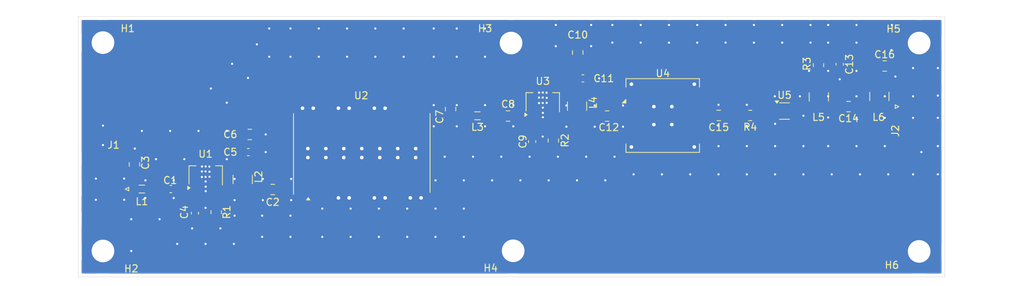
<source format=kicad_pcb>
(kicad_pcb (version 20241229) (generator "pcbnew") (generator_version "9.0")
  (layers (0 "F.Cu" signal) (2 "B.Cu" signal) (13 "F.Paste" user) (15 "B.Paste" user) (5 "F.SilkS" user "F.Silkscreen") (7 "B.SilkS" user "B.Silkscreen") (1 "F.Mask" user) (3 "B.Mask" user) (25 "Edge.Cuts" user))
  (net 0 "")
  (net 1 "Net-(C1-Pad1)")
  (net 2 "Net-(C1-Pad2)")
  (net 3 "Net-(U2-RFIN)")
  (net 4 "Net-(C2-Pad1)")
  (net 5 "GND")
  (net 6 "Net-(J1-In)")
  (net 7 "Net-(C4-Pad2)")
  (net 8 "+5V")
  (net 9 "Net-(U2-RFOUT)")
  (net 10 "Net-(C8-Pad2)")
  (net 11 "Net-(C8-Pad1)")
  (net 12 "Net-(C9-Pad2)")
  (net 13 "Net-(C12-Pad1)")
  (net 14 "Net-(U4-RF_IN)")
  (net 15 "Net-(U5-RF-OUT{slash}Vdd)")
  (net 16 "Net-(J2-In)")
  (net 17 "Net-(C15-Pad1)")
  (net 18 "Net-(U4-RF_OUT)")
  (net 19 "Net-(L5-Pad1)")
  (net 20 "Net-(U5-RF-IN)")
  (footprint "Resistor_SMD:R_0805_2012Metric" (layer "F.Cu") (at 156.66125 92.86 90)
    (property "Reference" "R2" (at 0 1.64 90) (layer "F.SilkS"))
    (property "Value" "R_Small")
    (pad "1" smd roundrect (at -0.9125 0 90) (size 1.025 1.4) (layers "F.Cu" "F.Mask" "F.Paste") (roundrect_rratio 0.243902) (net 12 "Net-(C9-Pad2)"))
    (pad "2" smd roundrect (at 0.9125 0 90) (size 1.025 1.4) (layers "F.Cu" "F.Mask" "F.Paste") (roundrect_rratio 0.243902) (net 13 "Net-(C12-Pad1)"))
  )
  (footprint "MountingHole:MountingHole_3.2mm_M3_DIN965_Pad" (layer "F.Cu") (at 205.10725 79.06)
    (property "Reference" "H5" (at -0.375 -2 0) (layer "F.SilkS"))
    (property "Value" "MountingHole_Pad")
    (pad "1" thru_hole circle (at 3.25 0) (size 5.6 5.6) (drill 3.2) (layers "*.Cu" "*.Mask") (net 5 "GND"))
  )
  (footprint "Inductor_SMD:L_1210_3225Metric" (layer "F.Cu") (at 160.00625 87.99 -90)
    (property "Reference" "L4" (at -0.49 -2.28 90) (layer "F.SilkS"))
    (property "Value" "L_Small")
    (pad "1" smd roundrect (at -1.4 0 270) (size 1.25 2.65) (layers "F.Cu" "F.Mask" "F.Paste") (roundrect_rratio 0.2) (net 8 "+5V"))
    (pad "2" smd roundrect (at 1.4 0 270) (size 1.25 2.65) (layers "F.Cu" "F.Mask" "F.Paste") (roundrect_rratio 0.2) (net 13 "Net-(C12-Pad1)"))
  )
  (footprint "Connector_Coaxial:SMA_Amphenol_132289_EdgeMount" (layer "F.Cu") (at 208.68225 88.06)
    (property "Reference" "J2" (at -3.68225 3.44 90) (layer "F.SilkS"))
    (property "Value" "Conn_Coaxial")
    (pad "1" smd rect (at 0 0 90) (size 1.5 5.08) (layers "F.Cu" "F.Mask" "F.Paste") (net 16 "Net-(J2-In)"))
    (pad "2" smd rect (at 0 -4.25 90) (size 1.5 5.08) (layers "F.Cu" "F.Mask" "F.Paste") (net 5 "GND"))
    (pad "2" smd rect (at 0 -4.25 90) (size 1.5 5.08) (layers "B.Cu" "B.Mask" "B.Paste") (net 5 "GND"))
    (pad "2" smd rect (at 0 4.25 90) (size 1.5 5.08) (layers "F.Cu" "F.Mask" "F.Paste") (net 5 "GND"))
    (pad "2" smd rect (at 0 4.25 90) (size 1.5 5.08) (layers "B.Cu" "B.Mask" "B.Paste") (net 5 "GND"))
  )
  (footprint "MountingHole:MountingHole_3.2mm_M3_DIN965_Pad" (layer "F.Cu") (at 208.35725 108.06)
    (property "Reference" "H6" (at -3.85725 2.44 0) (layer "F.SilkS"))
    (property "Value" "MountingHole_Pad")
    (pad "1" thru_hole circle (at 0 0.5) (size 5.6 5.6) (drill 3.2) (layers "*.Cu" "*.Mask") (net 5 "GND"))
  )
  (footprint "MountingHole:MountingHole_3.2mm_M3_DIN965_Pad" (layer "F.Cu") (at 153.749125 105.8025)
    (property "Reference" "H4" (at -5.95125 5.11 0) (layer "F.SilkS"))
    (property "Value" "MountingHole_Pad")
    (pad "1" thru_hole circle (at -2.77325 2.67) (size 5.6 5.6) (drill 3.2) (layers "*.Cu" "*.Mask") (net 5 "GND"))
  )
  (footprint "Capacitor_SMD:C_0805_2012Metric" (layer "F.Cu") (at 198.38125 88.06 180)
    (property "Reference" "C14" (at 0 -1.68 0) (layer "F.SilkS"))
    (property "Value" "C_Small")
    (pad "1" smd roundrect (at -0.95 0 180) (size 1 1.45) (layers "F.Cu" "F.Mask" "F.Paste") (net 16 "Net-(J2-In)"))
    (pad "2" smd roundrect (at 0.95 0 180) (size 1 1.45) (layers "F.Cu" "F.Mask" "F.Paste") (net 15 "Net-(U5-RF-OUT{slash}Vdd)"))
  )
  (footprint "Package_TO_SOT_SMD:SOT-363_SC-70-6_Handsoldering" (layer "F.Cu") (at 189.33125 88.685)
    (property "Reference" "U5" (at 0 -2.25 0) (layer "F.SilkS"))
    (property "Value" "~")
    (pad "1" smd roundrect (at -1.33 -0.65) (size 1.5 0.4) (layers "F.Cu" "F.Mask" "F.Paste") (net 5 "GND"))
    (pad "2" smd roundrect (at -1.33 0) (size 1.5 0.4) (layers "F.Cu" "F.Mask" "F.Paste") (net 5 "GND"))
    (pad "3" smd roundrect (at -1.33 0.65) (size 1.5 0.4) (layers "F.Cu" "F.Mask" "F.Paste") (net 20 "Net-(U5-RF-IN)"))
    (pad "4" smd roundrect (at 1.33 0.65) (size 1.5 0.4) (layers "F.Cu" "F.Mask" "F.Paste") (net 5 "GND"))
    (pad "5" smd roundrect (at 1.33 0) (size 1.5 0.4) (layers "F.Cu" "F.Mask" "F.Paste") (net 5 "GND"))
    (pad "6" smd roundrect (at 1.33 -0.65) (size 1.5 0.4) (layers "F.Cu" "F.Mask" "F.Paste") (net 15 "Net-(U5-RF-OUT{slash}Vdd)"))
  )
  (footprint "Connector_Coaxial:SMA_Amphenol_132289_EdgeMount" (layer "F.Cu") (at 92.9425 99.73 180)
    (property "Reference" "J1" (at -1.5575 6.23 0) (layer "F.SilkS"))
    (property "Value" "Conn_Coaxial")
    (pad "1" smd rect (at -0.0005 0 270) (size 1.5 5.08) (layers "F.Cu" "F.Mask" "F.Paste") (net 6 "Net-(J1-In)"))
    (pad "2" smd rect (at 0 -4.25 270) (size 1.5 5.08) (layers "F.Cu" "F.Mask" "F.Paste") (net 5 "GND"))
    (pad "2" smd rect (at 0 -4.25 270) (size 1.5 5.08) (layers "B.Cu" "B.Mask" "B.Paste") (net 5 "GND"))
    (pad "2" smd rect (at 0 4.25 270) (size 1.5 5.08) (layers "F.Cu" "F.Mask" "F.Paste") (net 5 "GND"))
    (pad "2" smd rect (at 0 4.25 270) (size 1.5 5.08) (layers "B.Cu" "B.Mask" "B.Paste") (net 5 "GND"))
  )
  (footprint "Capacitor_SMD:C_0805_2012Metric" (layer "F.Cu") (at 203.48125 82.31 180)
    (property "Reference" "C16" (at 0 1.625 0) (layer "F.SilkS"))
    (property "Value" "C_Small")
    (pad "1" smd roundrect (at -0.95 0 180) (size 1 1.45) (layers "F.Cu" "F.Mask" "F.Paste") (net 5 "GND"))
    (pad "2" smd roundrect (at 0.95 0 180) (size 1 1.45) (layers "F.Cu" "F.Mask" "F.Paste") (net 8 "+5V"))
  )
  (footprint "Inductor_SMD:L_1210_3225Metric" (layer "F.Cu") (at 202.73125 86.62 -90)
    (property "Reference" "L6" (at 2.94 0.1 0) (layer "F.SilkS"))
    (property "Value" "L_Small")
    (pad "1" smd roundrect (at -1.4 0 270) (size 1.25 2.65) (layers "F.Cu" "F.Mask" "F.Paste") (roundrect_rratio 0.2) (net 8 "+5V"))
    (pad "2" smd roundrect (at 1.4 0 270) (size 1.25 2.65) (layers "F.Cu" "F.Mask" "F.Paste") (roundrect_rratio 0.2) (net 16 "Net-(J2-In)"))
  )
  (footprint "Capacitor_SMD:C_0805_2012Metric" (layer "F.Cu") (at 164.25625 89.4)
    (property "Reference" "C12" (at 0.24375 1.6 0) (layer "F.SilkS"))
    (property "Value" "C_Small")
    (pad "1" smd roundrect (at -0.95 0) (size 1 1.45) (layers "F.Cu" "F.Mask" "F.Paste") (net 13 "Net-(C12-Pad1)"))
    (pad "2" smd roundrect (at 0.95 0) (size 1 1.45) (layers "F.Cu" "F.Mask" "F.Paste") (net 14 "Net-(U4-RF_IN)"))
  )
  (footprint "Capacitor_SMD:C_0805_2012Metric" (layer "F.Cu") (at 150.25625 89.39)
    (property "Reference" "C8" (at 0 -1.68 0) (layer "F.SilkS"))
    (property "Value" "C_Small")
    (pad "1" smd roundrect (at -0.95 0) (size 1 1.45) (layers "F.Cu" "F.Mask" "F.Paste") (net 11 "Net-(C8-Pad1)"))
    (pad "2" smd roundrect (at 0.95 0) (size 1 1.45) (layers "F.Cu" "F.Mask" "F.Paste") (net 10 "Net-(C8-Pad2)"))
  )
  (footprint "Package_TO_SOT_SMD:SOT-89-3" (layer "F.Cu") (at 155.16125 87.44 90)
    (property "Reference" "U3" (at 2.98 0.01 180) (layer "F.SilkS"))
    (property "Value" "PHA-13LN")
    (pad "1" smd roundrect (at -1.95 -1.5 90) (size 1.3 0.9) (layers "F.Cu" "F.Mask" "F.Paste") (net 10 "Net-(C8-Pad2)"))
    (pad "2" smd custom (at -1.8625 0 90) (size 1.475 0.9) (layers "F.Cu" "F.Mask" "F.Paste") (net 5 "GND") (options (clearance outline) (anchor rect)) (primitives (gr_poly (pts (xy 3.8625 0.8665) (xy 0.7375 0.8665) (xy 0.7375 -0.8665) (xy 3.8625 -0.8665)) (width 0) (fill yes))))
    (pad "3" smd roundrect (at -1.95 1.5 90) (size 1.3 0.9) (layers "F.Cu" "F.Mask" "F.Paste") (net 13 "Net-(C12-Pad1)"))
  )
  (footprint "Capacitor_SMD:C_0603_1608Metric" (layer "F.Cu") (at 197.13125 82.06 90)
    (property "Reference" "C13" (at 0 1.36875 90) (layer "F.SilkS"))
    (property "Value" "C_Small")
    (pad "1" smd roundrect (at -0.775 0 90) (size 0.9 0.95) (layers "F.Cu" "F.Mask" "F.Paste") (net 5 "GND"))
    (pad "2" smd roundrect (at 0.775 0 90) (size 0.9 0.95) (layers "F.Cu" "F.Mask" "F.Paste") (net 8 "+5V"))
  )
  (footprint "Capacitor_SMD:C_0603_1608Metric" (layer "F.Cu") (at 102.59 99.73)
    (property "Reference" "C1" (at -0.09 -1.23 0) (layer "F.SilkS"))
    (property "Value" "C_Small")
    (pad "1" smd roundrect (at -0.675 0) (size 0.9 0.95) (layers "F.Cu" "F.Mask" "F.Paste") (net 1 "Net-(C1-Pad1)"))
    (pad "2" smd roundrect (at 0.775 0) (size 0.9 0.95) (layers "F.Cu" "F.Mask" "F.Paste") (net 2 "Net-(C1-Pad2)"))
  )
  (footprint "Capacitor_SMD:C_0603_1608Metric" (layer "F.Cu") (at 153.66125 93.01 -90)
    (property "Reference" "C9" (at 0 1.32 90) (layer "F.SilkS"))
    (property "Value" "C_Small")
    (pad "1" smd roundrect (at -0.775 0 270) (size 0.9 0.95) (layers "F.Cu" "F.Mask" "F.Paste") (net 10 "Net-(C8-Pad2)"))
    (pad "2" smd roundrect (at 0.775 0 270) (size 0.9 0.95) (layers "F.Cu" "F.Mask" "F.Paste") (net 12 "Net-(C9-Pad2)"))
  )
  (footprint "Package_TO_SOT_SMD:SOT-89-3" (layer "F.Cu") (at 107.52 97.8 90)
    (property "Reference" "U1" (at 3.0275 -0.02 180) (layer "F.SilkS"))
    (property "Value" "PHA-13LN")
    (pad "1" smd roundrect (at -1.95 -1.5 90) (size 1.3 0.9) (layers "F.Cu" "F.Mask" "F.Paste") (net 2 "Net-(C1-Pad2)"))
    (pad "2" smd custom (at -1.8625 0 90) (size 1.475 0.9) (layers "F.Cu" "F.Mask" "F.Paste") (net 5 "GND") (options (clearance outline) (anchor rect)) (primitives (gr_poly (pts (xy 3.8625 0.8665) (xy 0.7375 0.8665) (xy 0.7375 -0.8665) (xy 3.8625 -0.8665)) (width 0) (fill yes))))
    (pad "3" smd roundrect (at -1.95 1.5 90) (size 1.3 0.9) (layers "F.Cu" "F.Mask" "F.Paste") (net 4 "Net-(C2-Pad1)"))
  )
  (footprint "Inductor_SMD:L_0805_2012Metric" (layer "F.Cu") (at 98.5 99.73)
    (property "Reference" "L1" (at 0 1.77 0) (layer "F.SilkS"))
    (property "Value" "L_Small")
    (pad "1" smd roundrect (at -1.0625 0) (size 0.875 1.2) (layers "F.Cu" "F.Mask" "F.Paste") (net 6 "Net-(J1-In)"))
    (pad "2" smd roundrect (at 1.0625 0) (size 0.875 1.2) (layers "F.Cu" "F.Mask" "F.Paste") (net 1 "Net-(C1-Pad1)"))
  )
  (footprint "Capacitor_SMD:C_0603_1608Metric" (layer "F.Cu") (at 113.55 94.5)
    (property "Reference" "C5" (hide yes))
    (property "Value" "C_Small")
    (pad "1" smd roundrect (at -0.775 0) (size 0.9 0.95) (layers "F.Cu" "F.Mask" "F.Paste") (net 8 "+5V"))
    (pad "2" smd roundrect (at 0.775 0) (size 0.9 0.95) (layers "F.Cu" "F.Mask" "F.Paste") (net 5 "GND"))
  )
  (footprint "MountingHole:MountingHole_3.2mm_M3_DIN965_Pad" (layer "F.Cu") (at 94.32 82.17)
    (property "Reference" "H1" (at 2.18 -5.17 0) (layer "F.SilkS"))
    (property "Value" "MountingHole_Pad")
    (pad "1" thru_hole circle (at -1.32 -3.17) (size 5.6 5.6) (drill 3.2) (layers "*.Cu" "*.Mask") (net 5 "GND"))
  )
  (footprint "Inductor_SMD:L_1210_3225Metric" (layer "F.Cu") (at 112.75 98.375 -90)
    (property "Reference" "L2" (at -0.375 -2.25 90) (layer "F.SilkS"))
    (property "Value" "L_Small")
    (pad "1" smd roundrect (at -1.4 0 270) (size 1.25 2.65) (layers "F.Cu" "F.Mask" "F.Paste") (roundrect_rratio 0.2) (net 8 "+5V"))
    (pad "2" smd roundrect (at 1.4 0 270) (size 1.25 2.65) (layers "F.Cu" "F.Mask" "F.Paste") (roundrect_rratio 0.2) (net 4 "Net-(C2-Pad1)"))
  )
  (footprint "Capacitor_SMD:C_0603_1608Metric" (layer "F.Cu") (at 106 103.15 -90)
    (property "Reference" "C4" (at -0.15 1.5 90) (layer "F.SilkS"))
    (property "Value" "C_Small")
    (pad "1" smd roundrect (at -0.775 0 270) (size 0.9 0.95) (layers "F.Cu" "F.Mask" "F.Paste") (net 2 "Net-(C1-Pad2)"))
    (pad "2" smd roundrect (at 0.775 0 270) (size 0.9 0.95) (layers "F.Cu" "F.Mask" "F.Paste") (net 7 "Net-(C4-Pad2)"))
  )
  (footprint "Inductor_SMD:L_1210_3225Metric" (layer "F.Cu") (at 194.18125 86.685 -90)
    (property "Reference" "L5" (at 2.875 0.05 180) (layer "F.SilkS"))
    (property "Value" "L_Small")
    (pad "1" smd roundrect (at -1.4 0 270) (size 1.25 2.65) (layers "F.Cu" "F.Mask" "F.Paste") (roundrect_rratio 0.2) (net 19 "Net-(L5-Pad1)"))
    (pad "2" smd roundrect (at 1.4 0 270) (size 1.25 2.65) (layers "F.Cu" "F.Mask" "F.Paste") (roundrect_rratio 0.2) (net 15 "Net-(U5-RF-OUT{slash}Vdd)"))
  )
  (footprint "MountingHole:MountingHole_3.2mm_M3_DIN965_Pad" (layer "F.Cu") (at 152.92125 77.87)
    (property "Reference" "H3" (at -5.92125 -0.87 0) (layer "F.SilkS"))
    (property "Value" "MountingHole_Pad")
    (pad "1" thru_hole circle (at -2.24325 1.19) (size 5.6 5.6) (drill 3.2) (layers "*.Cu" "*.Mask") (net 5 "GND"))
  )
  (footprint "Resistor_SMD:R_0805_2012Metric" (layer "F.Cu") (at 109 103 90)
    (property "Reference" "R1" (at 0 1.5 90) (layer "F.SilkS"))
    (property "Value" "R_Small")
    (pad "1" smd roundrect (at -0.9125 0 90) (size 1.025 1.4) (layers "F.Cu" "F.Mask" "F.Paste") (roundrect_rratio 0.243902) (net 7 "Net-(C4-Pad2)"))
    (pad "2" smd roundrect (at 0.9125 0 90) (size 1.025 1.4) (layers "F.Cu" "F.Mask" "F.Paste") (roundrect_rratio 0.243902) (net 4 "Net-(C2-Pad1)"))
  )
  (footprint "Capacitor_SMD:C_0805_2012Metric" (layer "F.Cu") (at 97.45 96.25 -90)
    (property "Reference" "C3" (at -0.25 -1.55 90) (layer "F.SilkS"))
    (property "Value" "C_Small")
    (pad "1" smd roundrect (at -0.95 0 270) (size 1 1.45) (layers "F.Cu" "F.Mask" "F.Paste") (net 5 "GND"))
    (pad "2" smd roundrect (at 0.95 0 270) (size 1 1.45) (layers "F.Cu" "F.Mask" "F.Paste") (net 6 "Net-(J1-In)"))
  )
  (footprint "Inductor_SMD:L_0805_2012Metric" (layer "F.Cu") (at 145.93125 89.36)
    (property "Reference" "L3" (at 0 1.6 0) (layer "F.SilkS"))
    (property "Value" "L_Small")
    (pad "1" smd roundrect (at -1.0625 0) (size 0.875 1.2) (layers "F.Cu" "F.Mask" "F.Paste") (net 9 "Net-(U2-RFOUT)"))
    (pad "2" smd roundrect (at 1.0625 0) (size 0.875 1.2) (layers "F.Cu" "F.Mask" "F.Paste") (net 11 "Net-(C8-Pad1)"))
  )
  (footprint "Capacitor_SMD:C_0805_2012Metric" (layer "F.Cu") (at 142.13125 88.41 -90)
    (property "Reference" "C7" (at 1.09 1.55 90) (layer "F.SilkS"))
    (property "Value" "C_Small")
    (pad "1" smd roundrect (at -0.95 0 270) (size 1 1.45) (layers "F.Cu" "F.Mask" "F.Paste") (net 5 "GND"))
    (pad "2" smd roundrect (at 0.95 0 270) (size 1 1.45) (layers "F.Cu" "F.Mask" "F.Paste") (net 9 "Net-(U2-RFOUT)"))
  )
  (footprint "RF_Mini-Circuits:Mini-Circuits_GP731_LandPatternPL-176" (layer "F.Cu") (at 172.13125 89.33)
    (property "Reference" "U4" (at 0 -5.969 0) (layer "F.SilkS"))
    (property "Value" "~")
    (pad "1" thru_hole circle (at -4.445 -4.445) (size 1.016 1.016) (drill 0.508) (layers "*.Cu") (net 5 "GND"))
    (pad "1" thru_hole circle (at -4.445 4.445) (size 1.016 1.016) (drill 0.508) (layers "*.Cu") (net 5 "GND"))
    (pad "1" smd rect (at -4.064 -1.905 180) (size 1.778 1.016) (layers "F.Cu" "F.Mask" "F.Paste") (net 5 "GND"))
    (pad "1" smd rect (at -3.683 -3.175) (size 2.54 3.556) (layers "F.Cu") (net 5 "GND"))
    (pad "1" smd rect (at -3.683 3.175) (size 2.54 3.556) (layers "F.Cu") (net 5 "GND"))
    (pad "1" thru_hole circle (at -1.27 -1.27) (size 1.016 1.016) (drill 0.508) (layers "*.Cu") (net 5 "GND"))
    (pad "1" thru_hole circle (at -1.27 1.27) (size 1.016 1.016) (drill 0.508) (layers "*.Cu") (net 5 "GND"))
    (pad "1" smd rect (at 0 0) (size 4.826 9.906) (layers "F.Cu") (net 5 "GND"))
    (pad "1" thru_hole circle (at 1.27 -1.27) (size 1.016 1.016) (drill 0.508) (layers "*.Cu") (net 5 "GND"))
    (pad "1" thru_hole circle (at 1.27 1.27) (size 1.016 1.016) (drill 0.508) (layers "*.Cu") (net 5 "GND"))
    (pad "1" smd rect (at 3.683 -3.175) (size 2.54 3.556) (layers "F.Cu") (net 5 "GND"))
    (pad "1" smd rect (at 3.683 3.175) (size 2.54 3.556) (layers "F.Cu") (net 5 "GND"))
    (pad "1" thru_hole circle (at 4.445 -4.445) (size 1.016 1.016) (drill 0.508) (layers "*.Cu") (net 5 "GND"))
    (pad "1" thru_hole circle (at 4.445 4.445) (size 1.016 1.016) (drill 0.508) (layers "*.Cu") (net 5 "GND"))
    (pad "2" smd rect (at -4.064 0 180) (size 1.778 1.016) (layers "F.Cu" "F.Mask" "F.Paste") (net 14 "Net-(U4-RF_IN)") (clearance 0.762))
    (pad "3" smd rect (at -4.064 1.905 180) (size 1.778 1.016) (layers "F.Cu" "F.Mask" "F.Paste") (net 5 "GND"))
    (pad "4" smd rect (at 0 4.064 270) (size 1.778 1.016) (layers "F.Cu" "F.Mask" "F.Paste") (net 5 "GND"))
    (pad "5" smd rect (at 4.064 1.905) (size 1.778 1.016) (layers "F.Cu" "F.Mask" "F.Paste") (net 5 "GND"))
    (pad "6" smd rect (at 4.064 0) (size 1.778 1.016) (layers "F.Cu" "F.Mask" "F.Paste") (net 18 "Net-(U4-RF_OUT)") (clearance 0.762))
    (pad "7" smd rect (at 4.064 -1.905) (size 1.778 1.016) (layers "F.Cu" "F.Mask" "F.Paste") (net 5 "GND"))
    (pad "8" smd rect (at 0 -4.064 270) (size 1.778 1.016) (layers "F.Cu" "F.Mask" "F.Paste") (net 5 "GND"))
  )
  (footprint "Capacitor_SMD:C_0805_2012Metric" (layer "F.Cu") (at 117 99.8)
    (property "Reference" "C2" (at -0.01 1.79 0) (layer "F.SilkS"))
    (property "Value" "C_Small")
    (pad "1" smd roundrect (at -0.95 0) (size 1 1.45) (layers "F.Cu" "F.Mask" "F.Paste") (net 4 "Net-(C2-Pad1)"))
    (pad "2" smd roundrect (at 0.95 0) (size 1 1.45) (layers "F.Cu" "F.Mask" "F.Paste") (net 3 "Net-(U2-RFIN)"))
  )
  (footprint "Resistor_SMD:R_0805_2012Metric" (layer "F.Cu") (at 194.13125 82.185 90)
    (property "Reference" "R3" (at 0.185 -1.63125 90) (layer "F.SilkS"))
    (property "Value" "R_Small")
    (pad "1" smd roundrect (at -0.9125 0 90) (size 1.025 1.4) (layers "F.Cu" "F.Mask" "F.Paste") (roundrect_rratio 0.243902) (net 19 "Net-(L5-Pad1)"))
    (pad "2" smd roundrect (at 0.9125 0 90) (size 1.025 1.4) (layers "F.Cu" "F.Mask" "F.Paste") (roundrect_rratio 0.243902) (net 8 "+5V"))
  )
  (footprint "MountingHole:MountingHole_3.2mm_M3_DIN965_Pad" (layer "F.Cu") (at 93.25 108.5)
    (property "Reference" "H2" (at 3.75 2.5 0) (layer "F.SilkS"))
    (property "Value" "MountingHole_Pad")
    (pad "1" thru_hole circle (at -0.25 0) (size 5.6 5.6) (drill 3.2) (layers "*.Cu" "*.Mask") (net 5 "GND"))
  )
  (footprint "Capacitor_SMD:C_0805_2012Metric" (layer "F.Cu") (at 160.1 80.4 90)
    (property "Reference" "C10" (at 2.5 0 180) (layer "F.SilkS"))
    (property "Value" "C_Small")
    (pad "1" smd roundrect (at -0.95 0 90) (size 1 1.45) (layers "F.Cu" "F.Mask" "F.Paste") (net 8 "+5V"))
    (pad "2" smd roundrect (at 0.95 0 90) (size 1 1.45) (layers "F.Cu" "F.Mask" "F.Paste") (net 5 "GND"))
  )
  (footprint "Capacitor_SMD:C_0805_2012Metric" (layer "F.Cu") (at 113.75 92)
    (property "Reference" "C6" (hide yes))
    (property "Value" "C_Small")
    (pad "1" smd roundrect (at -0.95 0) (size 1 1.45) (layers "F.Cu" "F.Mask" "F.Paste") (net 8 "+5V"))
    (pad "2" smd roundrect (at 0.95 0) (size 1 1.45) (layers "F.Cu" "F.Mask" "F.Paste") (net 5 "GND"))
  )
  (footprint "Capacitor_SMD:C_0603_1608Metric" (layer "F.Cu") (at 160.83125 84.06)
    (property "Reference" "C11" (at 2.955 0.02 0) (layer "F.SilkS"))
    (property "Value" "C_Small")
    (pad "1" smd roundrect (at -0.775 0) (size 0.9 0.95) (layers "F.Cu" "F.Mask" "F.Paste") (net 8 "+5V"))
    (pad "2" smd roundrect (at 0.775 0) (size 0.9 0.95) (layers "F.Cu" "F.Mask" "F.Paste") (net 5 "GND"))
  )
  (footprint "Capacitor_SMD:C_0805_2012Metric" (layer "F.Cu") (at 180.03125 89.31 180)
    (property "Reference" "C15" (at 0 -1.68 0) (layer "F.SilkS"))
    (property "Value" "C_Small")
    (pad "1" smd roundrect (at -0.95 0 180) (size 1 1.45) (layers "F.Cu" "F.Mask" "F.Paste") (net 17 "Net-(C15-Pad1)"))
    (pad "2" smd roundrect (at 0.95 0 180) (size 1 1.45) (layers "F.Cu" "F.Mask" "F.Paste") (net 18 "Net-(U4-RF_OUT)"))
  )
  (footprint "Resistor_SMD:R_0805_2012Metric" (layer "F.Cu") (at 184.48125 89.31 180)
    (property "Reference" "R4" (at 0 -1.65 0) (layer "F.SilkS"))
    (property "Value" "R_Small")
    (pad "1" smd roundrect (at -0.9125 0 180) (size 1.025 1.4) (layers "F.Cu" "F.Mask" "F.Paste") (roundrect_rratio 0.243902) (net 20 "Net-(U5-RF-IN)"))
    (pad "2" smd roundrect (at 0.9125 0 180) (size 1.025 1.4) (layers "F.Cu" "F.Mask" "F.Paste") (roundrect_rratio 0.243902) (net 17 "Net-(C15-Pad1)"))
  )
  (footprint "RF_Mini-Circuits:Mini-Circuits_HF1139_LandPatternPL-230" (layer "F.Cu") (at 129.58 94.635 90)
    (property "Reference" "U2" (at 8.135 -0.08 180) (layer "F.SilkS"))
    (property "Value" "~")
    (pad "1" smd rect (at -5.2705 -7.62) (size 1.524 1.397) (layers "F.Cu" "F.Mask" "F.Paste") (net 3 "Net-(U2-RFIN)") (clearance 1))
    (pad "2" smd rect (at 5.2705 -7.62) (size 1.524 1.397) (layers "F.Cu" "F.Mask" "F.Paste") (net 5 "GND"))
    (pad "2" thru_hole circle (at 6.35 -8.382) (size 1.016 1.016) (drill 0.508) (layers "*.Cu") (net 5 "GND"))
    (pad "2" thru_hole circle (at 6.35 -6.858) (size 1.016 1.016) (drill 0.508) (layers "*.Cu") (net 5 "GND"))
    (pad "3" thru_hole circle (at -6.35 -3.302) (size 1.016 1.016) (drill 0.508) (layers "*.Cu") (net 5 "GND"))
    (pad "3" thru_hole circle (at -6.35 -1.778) (size 1.016 1.016) (drill 0.508) (layers "*.Cu") (net 5 "GND"))
    (pad "3" smd rect (at -5.2705 -2.54) (size 1.524 1.397) (layers "F.Cu" "F.Mask" "F.Paste") (net 5 "GND"))
    (pad "4" smd rect (at 5.2705 -2.54) (size 1.524 1.397) (layers "F.Cu" "F.Mask" "F.Paste") (net 5 "GND"))
    (pad "4" thru_hole circle (at 6.35 -3.302) (size 1.016 1.016) (drill 0.508) (layers "*.Cu") (net 5 "GND"))
    (pad "4" thru_hole circle (at 6.35 -1.778) (size 1.016 1.016) (drill 0.508) (layers "*.Cu") (net 5 "GND"))
    (pad "5" thru_hole circle (at -6.35 1.778) (size 1.016 1.016) (drill 0.508) (layers "*.Cu") (net 5 "GND"))
    (pad "5" thru_hole circle (at -6.35 3.302) (size 1.016 1.016) (drill 0.508) (layers "*.Cu") (net 5 "GND"))
    (pad "5" smd rect (at -5.2705 2.54) (size 1.524 1.397) (layers "F.Cu" "F.Mask" "F.Paste") (net 5 "GND"))
    (pad "6" smd rect (at 5.2705 2.54) (size 1.524 1.397) (layers "F.Cu" "F.Mask" "F.Paste") (net 5 "GND"))
    (pad "6" thru_hole circle (at 6.35 1.778) (size 1.016 1.016) (drill 0.508) (layers "*.Cu") (net 5 "GND"))
    (pad "6" thru_hole circle (at 6.35 3.302) (size 1.016 1.016) (drill 0.508) (layers "*.Cu") (net 5 "GND"))
    (pad "7" thru_hole circle (at -6.35 6.858) (size 1.016 1.016) (drill 0.508) (layers "*.Cu") (net 5 "GND"))
    (pad "7" thru_hole circle (at -6.35 8.382) (size 1.016 1.016) (drill 0.508) (layers "*.Cu") (net 5 "GND"))
    (pad "7" smd rect (at -5.2705 7.62) (size 1.524 1.397) (layers "F.Cu" "F.Mask" "F.Paste") (net 5 "GND"))
    (pad "7" smd rect (at -4.0259 2.794) (size 13.208 5.6642) (layers "F.Cu") (net 5 "GND"))
    (pad "7" thru_hole circle (at -0.635 -7.62) (size 1.016 1.016) (drill 0.508) (layers "*.Cu") (net 5 "GND"))
    (pad "7" thru_hole circle (at -0.635 -5.08) (size 1.016 1.016) (drill 0.508) (layers "*.Cu") (net 5 "GND"))
    (pad "7" thru_hole circle (at -0.635 -2.54) (size 1.016 1.016) (drill 0.508) (layers "*.Cu") (net 5 "GND"))
    (pad "7" thru_hole circle (at -0.635 0) (size 1.016 1.016) (drill 0.508) (layers "*.Cu") (net 5 "GND"))
    (pad "7" thru_hole circle (at -0.635 2.54) (size 1.016 1.016) (drill 0.508) (layers "*.Cu") (net 5 "GND"))
    (pad "7" thru_hole circle (at -0.635 5.08) (size 1.016 1.016) (drill 0.508) (layers "*.Cu") (net 5 "GND"))
    (pad "7" thru_hole circle (at -0.635 7.62) (size 1.016 1.016) (drill 0.508) (layers "*.Cu") (net 5 "GND"))
    (pad "7" smd rect (at 0 0) (size 18.796 2.3876) (layers "F.Cu") (net 5 "GND"))
    (pad "7" thru_hole circle (at 0.635 -7.62) (size 1.016 1.016) (drill 0.508) (layers "*.Cu") (net 5 "GND"))
    (pad "7" thru_hole circle (at 0.635 -5.08) (size 1.016 1.016) (drill 0.508) (layers "*.Cu") (net 5 "GND"))
    (pad "7" thru_hole circle (at 0.635 -2.54) (size 1.016 1.016) (drill 0.508) (layers "*.Cu") (net 5 "GND"))
    (pad "7" thru_hole circle (at 0.635 0) (size 1.016 1.016) (drill 0.508) (layers "*.Cu") (net 5 "GND"))
    (pad "7" thru_hole circle (at 0.635 2.54) (size 1.016 1.016) (drill 0.508) (layers "*.Cu") (net 5 "GND"))
    (pad "7" thru_hole circle (at 0.635 5.08) (size 1.016 1.016) (drill 0.508) (layers "*.Cu") (net 5 "GND"))
    (pad "7" thru_hole circle (at 0.635 7.62) (size 1.016 1.016) (drill 0.508) (layers "*.Cu") (net 5 "GND"))
    (pad "7" smd rect (at 4.0259 -2.794) (size 13.208 5.6642) (layers "F.Cu") (net 5 "GND"))
    (pad "8" smd rect (at 5.2705 7.62) (size 1.524 1.397) (layers "F.Cu" "F.Mask" "F.Paste") (net 9 "Net-(U2-RFOUT)") (clearance 1))
  )
  (gr_rect (start 89.5 75.3) (end 212 112.175) (stroke (width 0.05)) (fill no) (layer "Edge.Cuts"))
  (gr_text "C6" (at 111 92 0) (layer "F.SilkS") (effects (font (size 1 1))))
  (gr_text "C5" (at 111 94.5 0) (layer "F.SilkS") (effects (font (size 1 1))))
  (segment (start 99.5625 99.73) (end 101.915 99.73) (width 1) (layer "F.Cu") (net 1))
  (segment (start 106.02 102.355) (end 106 102.375) (width 1) (layer "F.Cu") (net 2))
  (segment (start 103.365 99.73) (end 106 99.73) (width 1) (layer "F.Cu") (net 2))
  (segment (start 106.02 99.75) (end 106.02 102.355) (width 1) (layer "F.Cu") (net 2))
  (segment (start 106 99.73) (end 106.02 99.75) (width 1) (layer "F.Cu") (net 2))
  (segment (start 121.8545 99.8) (end 121.96 99.9055) (width 1) (layer "F.Cu") (net 3))
  (segment (start 117.95 99.8) (end 121.8545 99.8) (width 1) (layer "F.Cu") (net 3))
  (segment (start 109.02 102.0675) (end 109 102.0875) (width 1) (layer "F.Cu") (net 4))
  (segment (start 112.725 99.75) (end 112.75 99.775) (width 1) (layer "F.Cu") (net 4))
  (segment (start 109.02 99.75) (end 112.725 99.75) (width 1) (layer "F.Cu") (net 4))
  (segment (start 112.75 99.775) (end 116.025 99.775) (width 1) (layer "F.Cu") (net 4))
  (segment (start 109.02 99.75) (end 109.02 102.0675) (width 1) (layer "F.Cu") (net 4))
  (segment (start 116.025 99.775) (end 116.05 99.8) (width 1) (layer "F.Cu") (net 4))
  (segment (start 191.985 89.335) (end 192 89.35) (width 0.2) (layer "F.Cu") (net 5))
  (segment (start 160.1 79.45) (end 161.95 79.45) (width 0.2) (layer "F.Cu") (net 5))
  (segment (start 92.9425 93.5575) (end 93 93.5) (width 0.2) (layer "F.Cu") (net 5))
  (segment (start 208.68225 94.49275) (end 208.675 94.5) (width 0.2) (layer "F.Cu") (net 5))
  (segment (start 204.43125 82.31) (end 204.43125 80.06) (width 0.2) (layer "F.Cu") (net 5))
  (segment (start 197.13125 82.835) (end 197.13125 84.185) (width 0.2) (layer "F.Cu") (net 5))
  (segment (start 161.60625 84.06) (end 163.13125 84.06) (width 0.2) (layer "F.Cu") (net 5))
  (segment (start 188.00125 88.685) (end 188.00125 88.035) (width 0.2) (layer "F.Cu") (net 5))
  (segment (start 96.98 103.98) (end 97 104) (width 0.2) (layer "F.Cu") (net 5))
  (segment (start 188.00125 88.035) (end 188.00125 86.65125) (width 0.2) (layer "F.Cu") (net 5))
  (segment (start 188.00125 86.65125) (end 187.95 86.6) (width 0.2) (layer "F.Cu") (net 5))
  (segment (start 114.325 94.5) (end 116 94.5) (width 0.2) (layer "F.Cu") (net 5))
  (segment (start 97.5 95.25) (end 97.45 95.3) (width 0.2) (layer "F.Cu") (net 5))
  (segment (start 188.00125 86.6225) (end 187.97125 86.5925) (width 0.2) (layer "F.Cu") (net 5))
  (segment (start 143 87.85) (end 142.52125 87.85) (width 0.2) (layer "F.Cu") (net 5))
  (segment (start 97.5 94) (end 97.5 95.25) (width 0.2) (layer "F.Cu") (net 5))
  (segment (start 92.9425 95.48) (end 92.9425 93.5575) (width 0.2) (layer "F.Cu") (net 5))
  (segment (start 208.68225 83.81) (end 205.01 83.81) (width 0.2) (layer "F.Cu") (net 5))
  (segment (start 142.52125 87.85) (end 142.13125 87.46) (width 0.2) (layer "F.Cu") (net 5))
  (segment (start 116 92) (end 114.7 92) (width 0.2) (layer "F.Cu") (net 5))
  (segment (start 92.9425 103.98) (end 96.98 103.98) (width 0.2) (layer "F.Cu") (net 5))
  (segment (start 208.68225 92.31) (end 208.68225 94.49275) (width 0.2) (layer "F.Cu") (net 5))
  (segment (start 190.66125 88.685) (end 190.66125 89.335) (width 0.2) (layer "F.Cu") (net 5))
  (segment (start 190.66125 89.335) (end 191.985 89.335) (width 0.2) (layer "F.Cu") (net 5))
  (segment (start 205.01 83.81) (end 205 83.8) (width 0.2) (layer "F.Cu") (net 5))
  (segment (start 161.95 79.45) (end 162 79.5) (width 0.2) (layer "F.Cu") (net 5))
  (via (at 193 76.5) (size 0.6) (drill 0.3) (layers "F.Cu" "B.Cu") (net 5))
  (via (at 165.3 95.15) (size 0.6) (drill 0.3) (layers "F.Cu" "B.Cu") (net 5))
  (via (at 93 90.75) (size 0.6) (drill 0.3) (layers "F.Cu" "B.Cu") (net 5))
  (via (at 147 77) (size 0.6) (drill 0.3) (layers "F.Cu" "B.Cu") (net 5))
  (via (at 188 97.65) (size 0.6) (drill 0.3) (layers "F.Cu" "B.Cu") (net 5))
  (via (at 180 93.65) (size 0.6) (drill 0.3) (layers "F.Cu" "B.Cu") (net 5))
  (via (at 207.5 86.6) (size 0.6) (drill 0.3) (layers "F.Cu" "B.Cu") (net 5))
  (via (at 103 98.5) (size 0.6) (drill 0.3) (layers "F.Cu" "B.Cu") (net 5))
  (via (at 139.75 77) (size 0.6) (drill 0.3) (layers "F.Cu" "B.Cu") (net 5))
  (via (at 111.6 98.3) (size 0.6) (drill 0.3) (layers "F.Cu" "B.Cu") (net 5))
  (via (at 107.5 107.5) (size 0.6) (drill 0.3) (layers "F.Cu" "B.Cu") (net 5))
  (via (at 195.5 76.5) (size 0.6) (drill 0.3) (layers "F.Cu" "B.Cu") (net 5))
  (via (at 192.8 83) (size 0.6) (drill 0.3) (layers "F.Cu" "B.Cu") (net 5))
  (via (at 193 79) (size 0.6) (drill 0.3) (layers "F.Cu" "B.Cu") (net 5))
  (via (at 110.5 87.5) (size 0.6) (drill 0.3) (layers "F.Cu" "B.Cu") (net 5))
  (via (at 128 106.5) (size 0.6) (drill 0.3) (layers "F.Cu" "B.Cu") (net 5))
  (via (at 207.5 89.65) (size 0.6) (drill 0.3) (layers "F.Cu" "B.Cu") (net 5))
  (via (at 187.95 86.6) (size 0.6) (drill 0.3) (layers "F.Cu" "B.Cu") (net 5))
  (via (at 97.5 94) (size 0.6) (drill 0.3) (layers "F.Cu" "B.Cu") (net 5))
  (via (at 207.5 82.6) (size 0.6) (drill 0.3) (layers "F.Cu" "B.Cu") (net 5))
  (via (at 154.63125 86.78) (size 0.6) (drill 0.3) (layers "F.Cu" "B.Cu") (net 5))
  (via (at 162.5 90.9) (size 0.6) (drill 0.3) (layers "F.Cu" "B.Cu") (net 5))
  (via (at 124 106.5) (size 0.6) (drill 0.3) (layers "F.Cu" "B.Cu") (net 5))
  (via (at 99 98.5) (size 0.6) (drill 0.3) (layers "F.Cu" "B.Cu") (net 5))
  (via (at 195.5 93.65) (size 0.6) (drill 0.3) (layers "F.Cu" "B.Cu") (net 5))
  (via (at 100.5 95.5) (size 0.6) (drill 0.3) (layers "F.Cu" "B.Cu") (net 5))
  (via (at 111.5 107.5) (size 0.6) (drill 0.3) (layers "F.Cu" "B.Cu") (net 5))
  (via (at 181 76.5) (size 0.6) (drill 0.3) (layers "F.Cu" "B.Cu") (net 5))
  (via (at 188 90.5) (size 0.6) (drill 0.3) (layers "F.Cu" "B.Cu") (net 5))
  (via (at 102.5 91.5) (size 0.6) (drill 0.3) (layers "F.Cu" "B.Cu") (net 5))
  (via (at 139.75 87.85) (size 0.6) (drill 0.3) (layers "F.Cu" "B.Cu") (net 5))
  (via (at 203.5 86.6) (size 0.6) (drill 0.3) (layers "F.Cu" "B.Cu") (net 5))
  (via (at 131.5 77) (size 0.6) (drill 0.3) (layers "F.Cu" "B.Cu") (net 5))
  (via (at 158.5 87.9) (size 0.6) (drill 0.3) (layers "F.Cu" "B.Cu") (net 5))
  (via (at 136 102.5) (size 0.6) (drill 0.3) (layers "F.Cu" "B.Cu") (net 5))
  (via (at 155.15 92.3) (size 0.6) (drill 0.3) (layers "F.Cu" "B.Cu") (net 5))
  (via (at 204.43125 80.06) (size 0.6) (drill 0.3) (layers "F.Cu" "B.Cu") (net 5))
  (via (at 98.5 91.5) (size 0.6) (drill 0.3) (layers "F.Cu" "B.Cu") (net 5))
  (via (at 106.98 98.02) (size 0.6) (drill 0.3) (layers "F.Cu" "B.Cu") (net 5))
  (via (at 119.6 101.3) (size 0.6) (drill 0.3) (layers "F.Cu" "B.Cu") (net 5))
  (via (at 189 76.5) (size 0.6) (drill 0.3) (layers "F.Cu" "B.Cu") (net 5))
  (via (at 185 76.5) (size 0.6) (drill 0.3) (layers "F.Cu" "B.Cu") (net 5))
  (via (at 165 79) (size 0.6) (drill 0.3) (layers "F.Cu" "B.Cu") (net 5))
  (via (at 119.5 103.5) (size 0.6) (drill 0.3) (layers "F.Cu" "B.Cu") (net 5))
  (via (at 155.15125 86.77) (size 0.6) (drill 0.3) (layers "F.Cu" "B.Cu") (net 5))
  (via (at 181 79) (size 0.6) (drill 0.3) (layers "F.Cu" "B.Cu") (net 5))
  (via (at 199.5 83) (size 0.6) (drill 0.3) (layers "F.Cu" "B.Cu") (net 5))
  (via (at 111.25 82) (size 0.6) (drill 0.3) (layers "F.Cu" "B.Cu") (net 5))
  (via (at 128 102.5) (size 0.6) (drill 0.3) (layers "F.Cu" "B.Cu") (net 5))
  (via (at 123.5 77) (size 0.6) (drill 0.3) (layers "F.Cu" "B.Cu") (net 5))
  (via (at 200 97.65) (size 0.6) (drill 0.3) (layers "F.Cu" "B.Cu") (net 5))
  (via (at 140 106.5) (size 0.6) (drill 0.3) (layers "F.Cu" "B.Cu") (net 5))
  (via (at 177 79) (size 0.6) (drill 0.3) (layers "F.Cu" "B.Cu") (net 5))
  (via (at 139.75 81) (size 0.6) (drill 0.3) (layers "F.Cu" "B.Cu") (net 5))
  (via (at 199.5 76.5) (size 0.6) (drill 0.3) (layers "F.Cu" "B.Cu") (net 5))
  (via (at 203.5 89.65) (size 0.6) (drill 0.3) (layers "F.Cu" "B.Cu") (net 5))
  (via (at 144 102.5) (size 0.6) (drill 0.3) (layers "F.Cu" "B.Cu") (net 5))
  (via (at 156 98.5) (size 0.6) (drill 0.3) (layers "F.Cu" "B.Cu") (net 5))
  (via (at 154.63125 87.56) (size 0.6) (drill 0.3) (layers "F.Cu" "B.Cu") (net 5))
  (via (at 199.5 89.65) (size 0.6) (drill 0.3) (layers "F.Cu" "B.Cu") (net 5))
  (via (at 144 106.5) (size 0.6) (drill 0.3) (layers "F.Cu" "B.Cu") (net 5))
  (via (at 131.5 81) (size 0.6) (drill 0.3) (layers "F.Cu" "B.Cu") (net 5))
  (via (at 185 79) (size 0.6) (drill 0.3) (layers "F.Cu" "B.Cu") (net 5))
  (via (at 211 89.65) (size 0.6) (drill 0.3) (layers "F.Cu" "B.Cu") (net 5))
  (via (at 108.25 85.5) (size 0.6) (drill 0.3) (layers "F.Cu" "B.Cu") (net 5))
  (via (at 143 81) (size 0.6) (drill 0.3) (layers "F.Cu" "B.Cu") (net 5))
  (via (at 143 87.85) (size 0.6) (drill 0.3) (layers "F.Cu" "B.Cu") (net 5))
  (via (at 143 77) (size 0.6) (drill 0.3) (layers "F.Cu" "B.Cu") (net 5))
  (via (at 165 76.5) (size 0.6) (drill 0.3) (layers "F.Cu" "B.Cu") (net 5))
  (via (at 189 79) (size 0.6) (drill 0.3) (layers "F.Cu" "B.Cu") (net 5))
  (via (at 157 79.5) (size 0.6) (drill 0.3) (layers "F.Cu" "B.Cu") (net 5))
  (via (at 135.5 81) (size 0.6) (drill 0.3) (layers "F.Cu" "B.Cu") (net 5))
  (via (at 104.5 95.5) (size 0.6) (drill 0.3) (layers "F.Cu" "B.Cu") (net 5))
  (via (at 154.64125 86.08) (size 0.6) (drill 0.3) (layers "F.Cu" "B.Cu") (net 5))
  (via (at 166.5 90.9) (size 0.6) (drill 0.3) (layers "F.Cu" "B.Cu") (net 5))
  (via (at 180 87.8) (size 0.6) (drill 0.3) (layers "F.Cu" "B.Cu") (net 5))
  (via (at 97 104) (size 0.6) (drill 0.3) (layers "F.Cu" "B.Cu") (net 5))
  (via (at 119.5 77) (size 0.6) (drill 0.3) (layers "F.Cu" "B.Cu") (net 5))
  (via (at 203.5 93.65) (size 0.6) (drill 0.3) (layers "F.Cu" "B.Cu") (net 5))
  (via (at 151 87.85) (size 0.6) (drill 0.3) (layers "F.Cu" "B.Cu") (net 5))
  (via (at 147 87.85) (size 0.6) (drill 0.3) (layers "F.Cu" "B.Cu") (net 5))
  (via (at 97 108.5) (size 0.6) (drill 0.3) (layers "F.Cu" "B.Cu") (net 5))
  (via (at 108.04 96.55) (size 0.6) (drill 0.3) (layers "F.Cu" "B.Cu") (net 5))
  (via (at 107.5 102.4) (size 0.6) (drill 0.3) (layers "F.Cu" "B.Cu") (net 5))
  (via (at 152 98.5) (size 0.6) (drill 0.3) (layers "F.Cu" "B.Cu") (net 5))
  (via (at 108.06 97.28) (size 0.6) (drill 0.3) (layers "F.Cu" "B.Cu") (net 5))
  (via (at 141.3 95.15) (size 0.6) (drill 0.3) (layers "F.Cu" "B.Cu") (net 5))
  (via (at 119.6 98.3) (size 0.6) (drill 0.3) (layers "F.Cu" "B.Cu") (net 5))
  (via (at 148 98.5) (size 0.6) (drill 0.3) (layers "F.Cu" "B.Cu") (net 5))
  (via (at 184 97.65) (size 0.6) (drill 0.3) (layers "F.Cu" "B.Cu") (net 5))
  (via (at 161.3 95.15) (size 0.6) (drill 0.3) (layers "F.Cu" "B.Cu") (net 5))
  (via (at 197.13125 84.185) (size 0.6) (drill 0.3) (layers "F.Cu" "B.Cu") (net 5))
  (via (at 158.5 90.9) (size 0.6) (drill 0.3) (layers "F.Cu" "B.Cu") (net 5))
  (via (at 188 93.65) (size 0.6) (drill 0.3) (layers "F.Cu" "B.Cu") (net 5))
  (via (at 155.17125 89.57) (size 0.6) (drill 0.3) (layers "F.Cu" "B.Cu") (net 5))
  (via (at 164 98.5) (size 0.6) (drill 0.3) (layers "F.Cu" "B.Cu") (net 5))
  (via (at 208.675 94.5) (size 0.6) (drill 0.3) (layers "F.Cu" "B.Cu") (net 5))
  (via (at 119.5 81) (size 0.6) (drill 0.3) (layers "F.Cu" "B.Cu") (net 5))
  (via (at 173 76.5) (size 0.6) (drill 0.3) (layers "F.Cu" "B.Cu") (net 5))
  (via (at 115.6 101.3) (size 0.6) (drill 0.3) (layers "F.Cu" "B.Cu") (net 5))
  (via (at 211 82.6) (size 0.6) (drill 0.3) (layers "F.Cu" "B.Cu") (net 5))
  (via (at 157 76.5) (size 0.6) (drill 0.3) (layers "F.Cu" "B.Cu") (net 5))
  (via (at 155.69125 86.09) (size 0.6) (drill 0.3) (layers "F.Cu" "B.Cu") (net 5))
  (via (at 169 79) (size 0.6) (drill 0.3) (layers "F.Cu" "B.Cu") (net 5))
  (via (at 195.5 79) (size 0.6) (drill 0.3) (layers "F.Cu" "B.Cu") (net 5))
  (via (at 173 79) (size 0.6) (drill 0.3) (layers "F.Cu" "B.Cu") (net 5))
  (via (at 191.5 86.6) (size 0.6) (drill 0.3) (layers "F.Cu" "B.Cu") (net 5))
  (via (at 204.5 76.5) (size 0.6) (drill 0.3) (layers "F.Cu" "B.Cu") (net 5))
  (via (at 180 90.78) (size 0.6) (drill 0.3) (layers "F.Cu" "B.Cu") (net 5))
  (via (at 162 79.5) (size 0.6) (drill 0.3) (layers "F.Cu" "B.Cu") (net 5))
  (via (at 184 93.65) (size 0.6) (drill 0.3) (layers "F.Cu" "B.Cu") (net 5))
  (via (at 107.5 98.01) (size 0.6) (drill 0.3) (layers "F.Cu" "B.Cu") (net 5))
  (via (at 119.5 106.5) (size 0.6) (drill 0.3) (layers "F.Cu" "B.Cu") (net 5))
  (via (at 115.6 98.3) (size 0.6) (drill 0.3) (layers "F.Cu" "B.Cu") (net 5))
  (via (at 99 101) (size 0.6) (drill 0.3) (layers "F.Cu" "B.Cu") (net 5))
  (via (at 108.06 97.99) (size 0.6) (drill 0.3) (layers "F.Cu" "B.Cu") (net 5))
  (via (at 172 97.65) (size 0.6) (drill 0.3) (layers "F.Cu" "B.Cu") (net 5))
  (via (at 177 76.5) (size 0.6) (drill 0.3) (layers "F.Cu" "B.Cu") (net 5))
  (via (at 195.5 86.6) (size 0.6) (drill 0.3) (layers "F.Cu" "B.Cu") (net 5))
  (via (at 140 98.5) (size 0.6) (drill 0.3) (layers "F.Cu" "B.Cu") (net 5))
  (via (at 96 101.25) (size 0.6) (drill 0.3) (layers "F.Cu" "B.Cu") (net 5))
  (via (at 205 83.8) (size 0.6) (drill 0.3) (layers "F.Cu" "B.Cu") (net 5))
  (via (at 155.15125 87.55) (size 0.6) (drill 0.3) (layers "F.Cu" "B.Cu") (net 5))
  (via (at 111.6 103.5) (size 0.6) (drill 0.3) (layers "F.Cu" "B.Cu") (net 5))
  (via (at 106.98 97.24) (size 0.6) (drill 0.3) (layers "F.Cu" "B.Cu") (net 5))
  (via (at 184 90.78) (size 0.6) (drill 0.3) (layers "F.Cu" "B.Cu") (net 5))
  (via (at 199.5 93.65) (size 0.6) (drill 0.3) (layers "F.Cu" "B.Cu") (net 5))
  (via (at 211 93.65) (size 0.6) (drill 0.3) (layers "F.Cu" "B.Cu") (net 5))
  (via (at 140 102.5) (size 0.6) (drill 0.3) (layers "F.Cu" "B.Cu") (net 5))
  (via (at 101 104) (size 0.6) (drill 0.3) (layers "F.Cu" "B.Cu") (net 5))
  (via (at 204 97.65) (size 0.6) (drill 0.3) (layers "F.Cu" "B.Cu") (net 5))
  (via (at 109.6 105.3) (size 0.6) (drill 0.3) (layers "F.Cu" "B.Cu") (net 5))
  (via (at 107.51 98.66) (size 0.6) (drill 0.3) (layers "F.Cu" "B.Cu") (net 5))
  (via (at 153.3 95.15) (size 0.6) (drill 0.3) (layers "F.Cu" "B.Cu") (net 5))
  (via (at 105.6 105.3) (size 0.6) (drill 0.3) (layers "F.Cu" "B.Cu") (net 5))
  (via (at 192 89.35) (size 0.6) (drill 0.3) (layers "F.Cu" "B.Cu") (net 5))
  (via (at 116 92) (size 0.6) (drill 0.3) (layers "F.Cu" "B.Cu") (net 5))
  (via (at 107.51 96.53) (size 0.6) (drill 0.3) (layers "F.Cu" "B.Cu") (net 5))
  (via (at 162 76.5) (size 0.6) (drill 0.3) (layers "F.Cu" "B.Cu") (net 5))
  (via (at 144 98.5) (size 0.6) (drill 0.3) (layers "F.Cu" "B.Cu") (net 5))
  (via (at 155.16125 86.07) (size 0.6) (drill 0.3) (layers "F.Cu" "B.Cu") (net 5))
  (via (at 107.52 100.03) (size 0.6) (drill 0.3) (layers "F.Cu" "B.Cu") (net 5))
  (via (at 111.6 101.3) (size 0.6) (drill 0.3) (layers "F.Cu" "B.Cu") (net 5))
  (via (at 199.5 86.6) (size 0.6) (drill 0.3) (layers "F.Cu" "B.Cu") (net 5))
  (via (at 166.5 87.9) (size 0.6) (drill 0.3) (layers "F.Cu" "B.Cu") (net 5))
  (via (at 124 102.5) (size 0.6) (drill 0.3) (layers "F.Cu" "B.Cu") (net 5))
  (via (at 145.3 95.15) (size 0.6) (drill 0.3) (layers "F.Cu" "B.Cu") (net 5))
  (via (at 116.5 81) (size 0.6) (drill 0.3) (layers "F.Cu" "B.Cu") (net 5))
  (via (at 107.52 99.4) (size 0.6) (drill 0.3) (layers "F.Cu" "B.Cu") (net 5))
  (via (at 199.5 79) (size 0.6) (drill 0.3) (layers "F.Cu" "B.Cu") (net 5))
  (via (at 147 90.85) (size 0.6) (drill 0.3) (layers "F.Cu" "B.Cu") (net 5))
  (via (at 107.5 97.23) (size 0.6) (drill 0.3) (layers "F.Cu" "B.Cu") (net 5))
  (via (at 92 98.25) (size 0.6) (drill 0.3) (layers "F.Cu" "B.Cu") (net 5))
  (via (at 184 87.8) (size 0.6) (drill 0.3) (layers "F.Cu" "B.Cu") (net 5))
  (via (at 135.5 77) (size 0.6) (drill 0.3) (layers "F.Cu" "B.Cu") (net 5))
  (via (at 192 93.65) (size 0.6) (drill 0.3) (layers "F.Cu" "B.Cu") (net 5))
  (via (at 160 98.5) (size 0.6) (drill 0.3) (layers "F.Cu" "B.Cu") (net 5))
  (via (at 147 81) (size 0.6) (drill 0.3) (layers "F.Cu" "B.Cu") (net 5))
  (via (at 168 97.65) (size 0.6) (drill 0.3) (layers "F.Cu" "B.Cu") (net 5))
  (via (at 110.5 91.5) (size 0.6) (drill 0.3) (layers "F.Cu" "B.Cu") (net 5))
  (via (at 93 93.5) (size 0.6) (drill 0.3) (layers "F.Cu" "B.Cu") (net 5))
  (via (at 155.71125 86.82) (size 0.6) (drill 0.3) (layers "F.Cu" "B.Cu") (net 5))
  (via (at 195.5 89.6) (size 0.6) (drill 0.3) (layers "F.Cu" "B.Cu") (net 5))
  (via (at 132 106.5) (size 0.6) (drill 0.3) (layers "F.Cu" "B.Cu") (net 5))
  (via (at 127.5 77) (size 0.6) (drill 0.3) (layers "F.Cu" "B.Cu") (net 5))
  (via (at 192 97.65) (size 0.6) (drill 0.3) (layers "F.Cu" "B.Cu") (net 5))
  (via (at 110.5 95.5) (size 0.6) (drill 0.3) (layers "F.Cu" "B.Cu") (net 5))
  (via (at 92 101.25) (size 0.6) (drill 0.3) (layers "F.Cu" "B.Cu") (net 5))
  (via (at 139.75 90.85) (size 0.6) (drill 0.3) (layers "F.Cu" "B.Cu") (net 5))
  (via (at 211 86.5) (size 0.6) (drill 0.3) (layers "F.Cu" "B.Cu") (net 5))
  (via (at 211 97.65) (size 0.6) (drill 0.3) (layers "F.Cu" "B.Cu") (net 5))
  (via (at 155.71125 87.53) (size 0.6) (drill 0.3) (layers "F.Cu" "B.Cu") (net 5))
  (via (at 169 76.5) (size 0.6) (drill 0.3) (layers "F.Cu" "B.Cu") (net 5))
  (via (at 195.5 83) (size 0.6) (drill 0.3) (layers "F.Cu" "B.Cu") (net 5))
  (via (at 115.5 106.5) (size 0.6) (drill 0.3) (layers "F.Cu" "B.Cu") (net 5))
  (via (at 114.75 79.25) (size 0.6) (drill 0.3) (layers "F.Cu" "B.Cu") (net 5))
  (via (at 123.5 81) (size 0.6) (drill 0.3) (layers "F.Cu" "B.Cu") (net 5))
  (via (at 136 106.5) (size 0.6) (drill 0.3) (layers "F.Cu" "B.Cu") (net 5))
  (via (at 155.16125 88.2) (size 0.6) (drill 0.3) (layers "F.Cu" "B.Cu") (net 5))
  (via (at 106.99 96.54) (size 0.6) (drill 0.3) (layers "F.Cu" "B.Cu") (net 5))
  (via (at 207.5 97.65) (size 0.6) (drill 0.3) (layers "F.Cu" "B.Cu") (net 5))
  (via (at 96 98.25) (size 0.6) (drill 0.3) (layers "F.Cu" "B.Cu") (net 5))
  (via (at 163.13125 84.06) (size 0.6) (drill 0.3) (layers "F.Cu" "B.Cu") (net 5))
  (via (at 196 97.65) (size 0.6) (drill 0.3) (layers "F.Cu" "B.Cu") (net 5))
  (via (at 157.3 95.15) (size 0.6) (drill 0.3) (layers "F.Cu" "B.Cu") (net 5))
  (via (at 132 102.5) (size 0.6) (drill 0.3) (layers "F.Cu" "B.Cu") (net 5))
  (via (at 116.5 77) (size 0.6) (drill 0.3) (layers "F.Cu" "B.Cu") (net 5))
  (via (at 155.17125 88.94) (size 0.6) (drill 0.3) (layers "F.Cu" "B.Cu") (net 5))
  (via (at 106.5 91.5) (size 0.6) (drill 0.3) (layers "F.Cu" "B.Cu") (net 5))
  (via (at 127.5 81) (size 0.6) (drill 0.3) (layers "F.Cu" "B.Cu") (net 5))
  (via (at 143 90.85) (size 0.6) (drill 0.3) (layers "F.Cu" "B.Cu") (net 5))
  (via (at 151 90.85) (size 0.6) (drill 0.3) (layers "F.Cu" "B.Cu") (net 5))
  (via (at 176 97.65) (size 0.6) (drill 0.3) (layers "F.Cu" "B.Cu") (net 5))
  (via (at 162.5 87.9) (size 0.6) (drill 0.3) (layers "F.Cu" "B.Cu") (net 5))
  (via (at 180 97.65) (size 0.6) (drill 0.3) (layers "F.Cu" "B.Cu") (net 5))
  (via (at 115.5 103.5) (size 0.6) (drill 0.3) (layers "F.Cu" "B.Cu") (net 5))
  (via (at 113.5 84) (size 0.6) (drill 0.3) (layers "F.Cu" "B.Cu") (net 5))
  (via (at 116 94.5) (size 0.6) (drill 0.3) (layers "F.Cu" "B.Cu") (net 5))
  (via (at 103.5 107.5) (size 0.6) (drill 0.3) (layers "F.Cu" "B.Cu") (net 5))
  (via (at 103 101) (size 0.6) (drill 0.3) (layers "F.Cu" "B.Cu") (net 5))
  (via (at 149.3 95.15) (size 0.6) (drill 0.3) (layers "F.Cu" "B.Cu") (net 5))
  (segment (start 97.45 97.2) (end 97.45 99.7175) (width 1) (layer "F.Cu") (net 6))
  (segment (start 92.943 99.73) (end 97.4375 99.73) (width 1) (layer "F.Cu") (net 6))
  (segment (start 97.45 99.7175) (end 97.4375 99.73) (width 1) (layer "F.Cu") (net 6))
  (segment (start 109 103.9125) (end 106.0125 103.9125) (width 1) (layer "F.Cu") (net 7))
  (segment (start 106.0125 103.9125) (end 106 103.925) (width 1) (layer "F.Cu") (net 7))
  (segment (start 194.13125 81.2725) (end 160.1775 81.2725) (width 1) (layer "F.Cu") (net 8))
  (segment (start 197.13125 81.285) (end 201.50625 81.285) (width 1) (layer "F.Cu") (net 8))
  (segment (start 194.14375 81.285) (end 194.13125 81.2725) (width 1) (layer "F.Cu") (net 8))
  (segment (start 157 83.5) (end 118 83.5) (width 1) (layer "F.Cu") (net 8))
  (segment (start 160.1 81.35) (end 160.1 84.01625) (width 1) (layer "F.Cu") (net 8))
  (segment (start 112.8 88.7) (end 112.8 92) (width 1) (layer "F.Cu") (net 8))
  (segment (start 118 83.5) (end 112.8 88.7) (width 1) (layer "F.Cu") (net 8))
  (segment (start 160.05625 86.54) (end 160.00625 86.59) (width 1) (layer "F.Cu") (net 8))
  (segment (start 202.53125 85.1425) (end 202.49125 85.1025) (width 1) (layer "F.Cu") (net 8))
  (segment (start 202.53125 85.02) (end 202.73125 85.22) (width 1) (layer "F.Cu") (net 8))
  (segment (start 160.1775 81.2725) (end 160.1 81.35) (width 1) (layer "F.Cu") (net 8))
  (segment (start 160.1 84.01625) (end 160.05625 84.06) (width 1) (layer "F.Cu") (net 8))
  (segment (start 202.53125 82.31) (end 202.53125 85.02) (width 1) (layer "F.Cu") (net 8))
  (segment (start 197.13125 81.285) (end 194.14375 81.285) (width 1) (layer "F.Cu") (net 8))
  (segment (start 112.75 96.975) (end 112.75 94.525) (width 1) (layer "F.Cu") (net 8))
  (segment (start 112.75 94.525) (end 112.775 94.5) (width 1) (layer "F.Cu") (net 8))
  (segment (start 112.775 94.5) (end 112.775 92.025) (width 1) (layer "F.Cu") (net 8))
  (segment (start 159.15 81.35) (end 157 83.5) (width 1) (layer "F.Cu") (net 8))
  (segment (start 201.50625 81.285) (end 202.53125 82.31) (width 1) (layer "F.Cu") (net 8))
  (segment (start 160.1 81.35) (end 159.15 81.35) (width 1) (layer "F.Cu") (net 8))
  (segment (start 160.05625 84.06) (end 160.05625 86.54) (width 1) (layer "F.Cu") (net 8))
  (segment (start 112.775 92.025) (end 112.8 92) (width 1) (layer "F.Cu") (net 8))
  (segment (start 137.2045 89.36) (end 137.2 89.3645) (width 1) (layer "F.Cu") (net 9))
  (segment (start 142.12675 89.3645) (end 142.13125 89.36) (width 1) (layer "F.Cu") (net 9))
  (segment (start 144.86875 89.36) (end 142.13125 89.36) (width 1) (layer "F.Cu") (net 9))
  (segment (start 142.13125 89.36) (end 137.2045 89.36) (width 1) (layer "F.Cu") (net 9))
  (segment (start 151.20625 89.39) (end 153.66125 89.39) (width 1) (layer "F.Cu") (net 10))
  (segment (start 153.66125 89.39) (end 153.66125 92.235) (width 1) (layer "F.Cu") (net 10))
  (segment (start 149.27625 89.36) (end 149.30625 89.39) (width 1) (layer "F.Cu") (net 11))
  (segment (start 146.99375 89.36) (end 149.27625 89.36) (width 1) (layer "F.Cu") (net 11))
  (segment (start 156.66125 93.7725) (end 153.67375 93.7725) (width 1) (layer "F.Cu") (net 12))
  (segment (start 153.67375 93.7725) (end 153.66125 93.785) (width 1) (layer "F.Cu") (net 12))
  (segment (start 156.66125 91.9475) (end 156.66125 89.39) (width 1) (layer "F.Cu") (net 13))
  (segment (start 163.29625 89.39) (end 163.30625 89.4) (width 1) (layer "F.Cu") (net 13))
  (segment (start 160.00625 89.39) (end 163.29625 89.39) (width 1) (layer "F.Cu") (net 13))
  (segment (start 156.66125 89.39) (end 160.00625 89.39) (width 1) (layer "F.Cu") (net 13))
  (segment (start 167.99725 89.4) (end 168.06725 89.33) (width 1) (layer "F.Cu") (net 14))
  (segment (start 165.20625 89.4) (end 167.99725 89.4) (width 1) (layer "F.Cu") (net 14))
  (segment (start 197.40625 88.085) (end 197.43125 88.06) (width 1) (layer "F.Cu") (net 15))
  (segment (start 192.33125 88.035) (end 192.38125 88.085) (width 0.2) (layer "F.Cu") (net 15))
  (segment (start 190.66125 88.035) (end 192.33125 88.035) (width 0.2) (layer "F.Cu") (net 15))
  (segment (start 194.18125 88.085) (end 197.40625 88.085) (width 1) (layer "F.Cu") (net 15))
  (segment (start 194.18125 88.085) (end 192.38125 88.085) (width 1) (layer "F.Cu") (net 15))
  (segment (start 199.33125 88.06) (end 202.69125 88.06) (width 1) (layer "F.Cu") (net 16))
  (segment (start 208.63125 88.111) (end 208.68225 88.06) (width 1) (layer "F.Cu") (net 16))
  (segment (start 208.64225 88.02) (end 208.68225 88.06) (width 1) (layer "F.Cu") (net 16))
  (segment (start 203 88.02) (end 208.64225 88.02) (width 1) (layer "F.Cu") (net 16))
  (segment (start 202.69125 88.06) (end 202.73125 88.02) (width 1) (layer "F.Cu") (net 16))
  (segment (start 202.73125 88.02) (end 202.82225 88.111) (width 1) (layer "F.Cu") (net 16))
  (segment (start 180.98125 89.31) (end 183.56875 89.31) (width 1) (layer "F.Cu") (net 17))
  (segment (start 179.06125 89.33) (end 179.08125 89.31) (width 1) (layer "F.Cu") (net 18))
  (segment (start 176.19525 89.33) (end 179.06125 89.33) (width 1) (layer "F.Cu") (net 18))
  (segment (start 194.18125 83.1475) (end 194.13125 83.0975) (width 1) (layer "F.Cu") (net 19))
  (segment (start 194.18125 85.285) (end 194.18125 83.1475) (width 1) (layer "F.Cu") (net 19))
  (segment (start 188.00125 89.335) (end 186.40625 89.335) (width 0.2) (layer "F.Cu") (net 20))
  (segment (start 185.39375 89.31) (end 186.38125 89.31) (width 1) (layer "F.Cu") (net 20))
  (segment (start 186.40625 89.335) (end 186.38125 89.31) (width 0.2) (layer "F.Cu") (net 20))
  (zone (net 0) (net_name "") (layer "F.Cu") (name "TOP_GND") (priority 4) (connect_pads yes (clearance 0.254)) (min_thickness 0.25) (fill yes (thermal_gap 0.5) (thermal_bridge_width 0.5) (island_removal_mode 1) (island_area_min 10))
    (polygon (pts (xy 85.59 72.964368) (xy 85.58 113.394368) (xy 216.5 113.394368) (xy 216.5 72.964368)))
  )
  (zone (net 5) (net_name "GND") (layer "B.Cu") (name "0") (connect_pads yes (clearance 0.5)) (min_thickness 0.25) (fill yes (thermal_gap 0.5) (thermal_bridge_width 0.5))
    (polygon (pts (xy 85.58 73) (xy 85.58 113.44) (xy 216.5 113.44) (xy 216.5 73)))
  )
)
</source>
